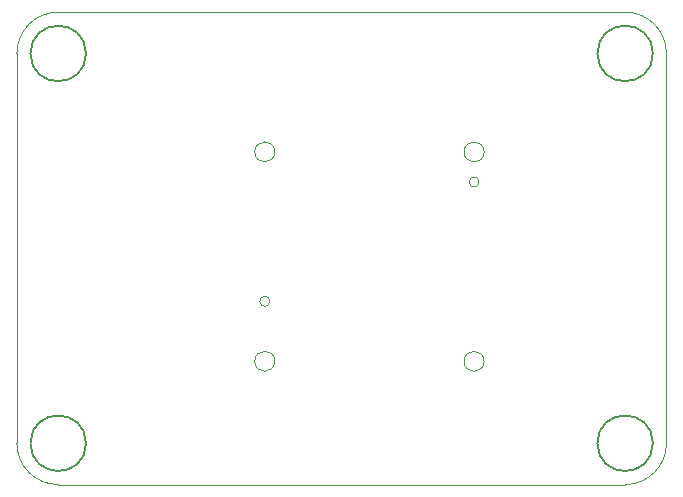
<source format=gbr>
G04 #@! TF.GenerationSoftware,KiCad,Pcbnew,9.0.2+dfsg-1*
G04 #@! TF.CreationDate,2025-08-15T17:40:48+02:00*
G04 #@! TF.ProjectId,ulx5m-gs,756c7835-6d2d-4677-932e-6b696361645f,rev?*
G04 #@! TF.SameCoordinates,Original*
G04 #@! TF.FileFunction,Other,Comment*
%FSLAX46Y46*%
G04 Gerber Fmt 4.6, Leading zero omitted, Abs format (unit mm)*
G04 Created by KiCad (PCBNEW 9.0.2+dfsg-1) date 2025-08-15 17:40:48*
%MOMM*%
%LPD*%
G01*
G04 APERTURE LIST*
%ADD10C,0.150000*%
G04 #@! TA.AperFunction,Profile*
%ADD11C,0.100000*%
G04 #@! TD*
G04 APERTURE END LIST*
D10*
X65060000Y-93980000D02*
G75*
G02*
X60360000Y-93980000I-2350000J0D01*
G01*
X60360000Y-93980000D02*
G75*
G02*
X65060000Y-93980000I2350000J0D01*
G01*
X113060000Y-60980000D02*
G75*
G02*
X108360000Y-60980000I-2350000J0D01*
G01*
X108360000Y-60980000D02*
G75*
G02*
X113060000Y-60980000I2350000J0D01*
G01*
X113060000Y-93980000D02*
G75*
G02*
X108360000Y-93980000I-2350000J0D01*
G01*
X108360000Y-93980000D02*
G75*
G02*
X113060000Y-93980000I2350000J0D01*
G01*
X65060000Y-60980000D02*
G75*
G02*
X60360000Y-60980000I-2350000J0D01*
G01*
X60360000Y-60980000D02*
G75*
G02*
X65060000Y-60980000I2350000J0D01*
G01*
D11*
X62710000Y-57480000D02*
X110710000Y-57480000D01*
X98772500Y-87042500D02*
G75*
G02*
X97072500Y-87042500I-850000J0D01*
G01*
X97072500Y-87042500D02*
G75*
G02*
X98772500Y-87042500I850000J0D01*
G01*
X62710000Y-97480000D02*
X110710000Y-97480000D01*
X114210000Y-93980000D02*
G75*
G02*
X110710000Y-97480000I-3500000J0D01*
G01*
X110710000Y-57480000D02*
G75*
G02*
X114210000Y-60980000I0J-3500000D01*
G01*
X114210000Y-93980000D02*
X114210000Y-60980000D01*
X81047500Y-69317500D02*
G75*
G02*
X79347500Y-69317500I-850000J0D01*
G01*
X79347500Y-69317500D02*
G75*
G02*
X81047500Y-69317500I850000J0D01*
G01*
X59210000Y-60980000D02*
G75*
G02*
X62710000Y-57480000I3500000J0D01*
G01*
X80622500Y-81962500D02*
G75*
G02*
X79772500Y-81962500I-425000J0D01*
G01*
X79772500Y-81962500D02*
G75*
G02*
X80622500Y-81962500I425000J0D01*
G01*
X98347500Y-71857500D02*
G75*
G02*
X97497500Y-71857500I-425000J0D01*
G01*
X97497500Y-71857500D02*
G75*
G02*
X98347500Y-71857500I425000J0D01*
G01*
X62710000Y-97480000D02*
G75*
G02*
X59210000Y-93980000I0J3500000D01*
G01*
X81047500Y-87042500D02*
G75*
G02*
X79347500Y-87042500I-850000J0D01*
G01*
X79347500Y-87042500D02*
G75*
G02*
X81047500Y-87042500I850000J0D01*
G01*
X98772500Y-69317500D02*
G75*
G02*
X97072500Y-69317500I-850000J0D01*
G01*
X97072500Y-69317500D02*
G75*
G02*
X98772500Y-69317500I850000J0D01*
G01*
X59210000Y-60980000D02*
X59210000Y-93980000D01*
M02*

</source>
